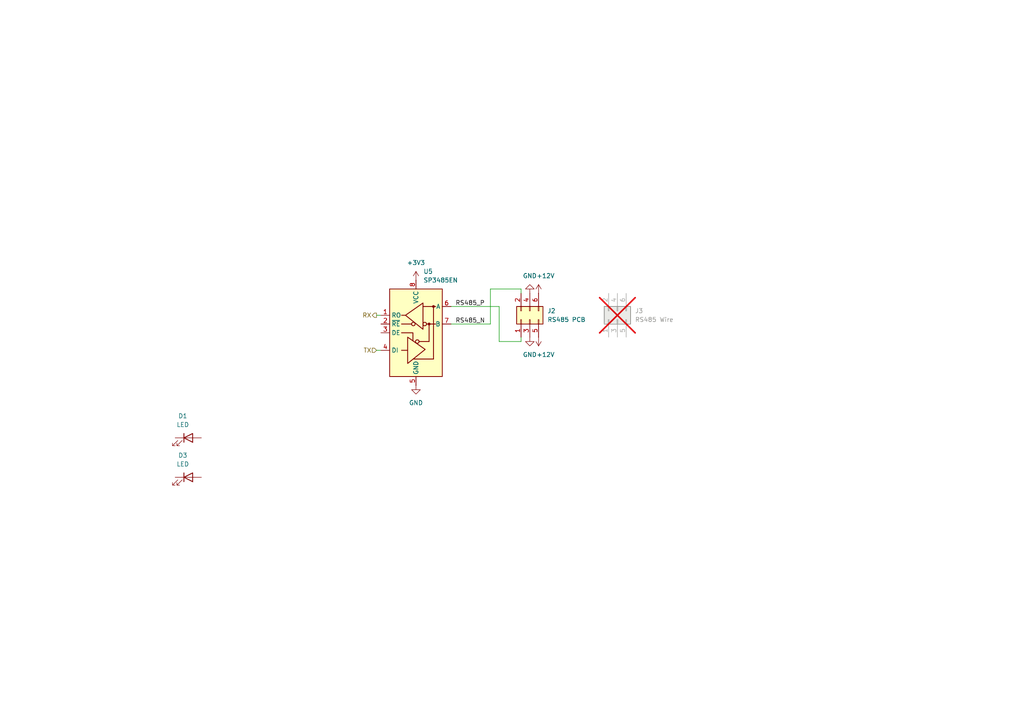
<source format=kicad_sch>
(kicad_sch (version 20250114) (generator "eeschema") (generator_version "9.0")
  (paper "A4")
  (lib_symbols
    (symbol "Connector_Generic:Conn_02x03_Odd_Even" (pin_names (offset 1.016) (hide yes))
      (property "Reference" "J" (at 1.27 5.08 0))
      (property "Value" "Conn_02x03_Odd_Even" (at 1.27 -5.08 0))
      (symbol "Conn_02x03_Odd_Even_1_1"
        (rectangle (start -1.27 3.81) (end 3.81 -3.81) (stroke (width 0.254)) (fill (type background)))
        (rectangle (start -1.27 2.667) (end 0 2.413) (stroke (width 0.1524)))
        (rectangle (start -1.27 0.127) (end 0 -0.127) (stroke (width 0.1524)))
        (rectangle (start -1.27 -2.413) (end 0 -2.667) (stroke (width 0.1524)))
        (rectangle (start 3.81 2.667) (end 2.54 2.413) (stroke (width 0.1524)))
        (rectangle (start 3.81 0.127) (end 2.54 -0.127) (stroke (width 0.1524)))
        (rectangle (start 3.81 -2.413) (end 2.54 -2.667) (stroke (width 0.1524)))
        (pin passive line (at -5.08 2.54 0) (length 3.81) (name "Pin_1") (number "1"))
        (pin passive line (at -5.08 0 0) (length 3.81) (name "Pin_3") (number "3"))
        (pin passive line (at -5.08 -2.54 0) (length 3.81) (name "Pin_5") (number "5"))
        (pin passive line (at 7.62 2.54 180) (length 3.81) (name "Pin_2") (number "2"))
        (pin passive line (at 7.62 0 180) (length 3.81) (name "Pin_4") (number "4"))
        (pin passive line (at 7.62 -2.54 180) (length 3.81) (name "Pin_6") (number "6"))
      )
    )
    (symbol "Device:LED" (pin_numbers (hide yes)) (pin_names (offset 1.016) (hide yes))
      (property "Reference" "D" (at 0 2.54 0))
      (property "Value" "LED" (at 0 -2.54 0))
      (symbol "LED_0_1"
        (polyline (pts (xy -3.048 -0.762) (xy -4.572 -2.286) (xy -3.81 -2.286) (xy -4.572 -2.286) (xy -4.572 -1.524)))
        (polyline (pts (xy -1.778 -0.762) (xy -3.302 -2.286) (xy -2.54 -2.286) (xy -3.302 -2.286) (xy -3.302 -1.524)))
        (polyline (pts (xy -1.27 0) (xy 1.27 0)))
        (polyline (pts (xy -1.27 -1.27) (xy -1.27 1.27)) (stroke (width 0.254)))
        (polyline (pts (xy 1.27 -1.27) (xy 1.27 1.27) (xy -1.27 0) (xy 1.27 -1.27)) (stroke (width 0.254)))
      )
      (symbol "LED_1_1"
        (pin passive line (at -3.81 0 0) (length 2.54) (name "K") (number "1"))
        (pin passive line (at 3.81 0 180) (length 2.54) (name "A") (number "2"))
      )
    )
    (symbol "Interface_UART:SP3485CN"
      (property "Reference" "U" (at -7.62 13.97 0))
      (property "Value" "SP3485CN" (at 1.905 13.97 0))
      (symbol "SP3485CN_0_1"
        (rectangle (start -7.62 12.7) (end 7.62 -12.7) (stroke (width 0.254)) (fill (type background)))
        (polyline (pts (xy -4.191 2.54) (xy -1.27 2.54)) (stroke (width 0.254)))
        (polyline (pts (xy -4.191 0) (xy -0.889 0) (xy -0.889 -2.286)) (stroke (width 0.254)))
        (polyline (pts (xy -3.175 5.08) (xy -4.191 5.08) (xy -4.064 5.08)) (stroke (width 0.254)))
        (polyline (pts (xy -2.54 -5.08) (xy -4.191 -5.08)) (stroke (width 0.254)))
        (polyline (pts (xy -2.413 -5.08) (xy -2.413 -1.27) (xy 2.667 -4.826) (xy -2.413 -8.89) (xy -2.413 -5.08)) (stroke (width 0.254)))
        (polyline (pts (xy -0.635 -7.62) (xy 5.08 -7.62)) (stroke (width 0.254)))
        (circle (center 0.381 -2.54) (radius 0.508) (stroke (width 0.254)))
        (polyline (pts (xy 0.889 -2.54) (xy 3.81 -2.54)) (stroke (width 0.254)))
        (polyline (pts (xy 2.032 7.62) (xy 5.715 7.62)) (stroke (width 0.254)))
        (polyline (pts (xy 3.048 2.54) (xy 5.715 2.54)) (stroke (width 0.254)))
        (circle (center 3.81 2.54) (radius 0.2794) (stroke (width 0.254)) (fill (type outline)))
        (polyline (pts (xy 3.81 -2.54) (xy 3.81 2.54)) (stroke (width 0.254)))
        (polyline (pts (xy 5.08 -7.62) (xy 5.08 7.62)) (stroke (width 0.254)))
      )
      (symbol "SP3485CN_1_1"
        (circle (center -0.762 2.54) (radius 0.508) (stroke (width 0.254)))
        (polyline (pts (xy 2.032 4.826) (xy 2.032 8.636) (xy -3.048 5.08) (xy 2.032 1.016) (xy 2.032 4.826)) (stroke (width 0.254)))
        (circle (center 2.54 2.54) (radius 0.508) (stroke (width 0.254)))
        (circle (center 5.08 7.62) (radius 0.2794) (stroke (width 0.254)) (fill (type outline)))
        (pin output line (at -10.16 5.08 0) (length 2.54) (name "RO") (number "1"))
        (pin input line (at -10.16 2.54 0) (length 2.54) (name "~{RE}") (number "2"))
        (pin input line (at -10.16 0 0) (length 2.54) (name "DE") (number "3"))
        (pin input line (at -10.16 -5.08 0) (length 2.54) (name "DI") (number "4"))
        (pin power_in line (at 0 15.24 270) (length 2.54) (name "VCC") (number "8"))
        (pin power_in line (at 0 -15.24 90) (length 2.54) (name "GND") (number "5"))
        (pin bidirectional line (at 10.16 7.62 180) (length 2.54) (name "A") (number "6"))
        (pin bidirectional line (at 10.16 2.54 180) (length 2.54) (name "B") (number "7"))
      )
    )
    (symbol "power:+12V" (power) (pin_numbers (hide yes)) (pin_names (offset 0) (hide yes))
      (property "Value" "+12V" (at 0 3.556 0))
      (symbol "+12V_0_1"
        (polyline (pts (xy -0.762 1.27) (xy 0 2.54)))
        (polyline (pts (xy 0 2.54) (xy 0.762 1.27)))
        (polyline (pts (xy 0 0) (xy 0 2.54)))
      )
      (symbol "+12V_1_1"
        (pin power_in line (at 0 0 90) (length 0) (name "~") (number "1"))
      )
    )
    (symbol "power:+3V3" (power) (pin_numbers (hide yes)) (pin_names (offset 0) (hide yes))
      (property "Value" "+3V3" (at 0 3.556 0))
      (symbol "+3V3_0_1"
        (polyline (pts (xy -0.762 1.27) (xy 0 2.54)))
        (polyline (pts (xy 0 2.54) (xy 0.762 1.27)))
        (polyline (pts (xy 0 0) (xy 0 2.54)))
      )
      (symbol "+3V3_1_1"
        (pin power_in line (at 0 0 90) (length 0) (name "~") (number "1"))
      )
    )
    (symbol "power:GND" (power) (pin_numbers (hide yes)) (pin_names (offset 0) (hide yes))
      (property "Value" "GND" (at 0 -3.81 0))
      (symbol "GND_0_1"
        (polyline (pts (xy 0 0) (xy 0 -1.27) (xy 1.27 -1.27) (xy 0 -2.54) (xy -1.27 -1.27) (xy 0 -1.27)))
      )
      (symbol "GND_1_1"
        (pin power_in line (at 0 0 270) (length 0) (name "~") (number "1"))
      )
    )
  )
  (wire (pts (xy 144.78 88.9) (xy 144.78 99.06)))
  (wire (pts (xy 142.24 93.98) (xy 142.24 83.82)))
  (wire (pts (xy 109.22 101.6) (xy 110.49 101.6)))
  (wire (pts (xy 151.13 83.82) (xy 151.13 85.09)))
  (wire (pts (xy 109.22 91.44) (xy 110.49 91.44)))
  (wire (pts (xy 142.24 83.82) (xy 151.13 83.82)))
  (wire (pts (xy 130.81 88.9) (xy 144.78 88.9)))
  (wire (pts (xy 144.78 99.06) (xy 151.13 99.06)))
  (wire (pts (xy 130.81 93.98) (xy 142.24 93.98)))
  (wire (pts (xy 151.13 99.06) (xy 151.13 97.79)))
  (label "RS485_N" (at 132.08 93.98 0))
  (label "RS485_P" (at 132.08 88.9 0))
  (hierarchical_label "TX" (shape input) (at 109.22 101.6 180))
  (hierarchical_label "RX" (shape output) (at 109.22 91.44 180))
  (symbol (lib_id "power:GND") (at 153.67 85.09 180) (unit 1)
    (property "Reference" "#PWR04" (effects (hide yes)))
    (property "Value" "GND" (at 153.67 80.01 0))
    (property "Description" "Power symbol creates a global label with name \"GND\" , ground" (effects (hide yes)))
  )
  (symbol (lib_id "power:GND") (at 153.67 97.79 0) (unit 1)
    (property "Reference" "#PWR01" (effects (hide yes)))
    (property "Value" "GND" (at 153.67 102.87 0))
    (property "Description" "Power symbol creates a global label with name \"GND\" , ground" (effects (hide yes)))
  )
  (symbol (lib_id "power:+3V3") (at 120.65 81.28 0) (unit 1)
    (property "Reference" "#PWR06" (effects (hide yes)))
    (property "Value" "+3V3" (at 120.65 76.2 0))
    (property "Description" "Power symbol creates a global label with name \"+3V3\"" (effects (hide yes)))
  )
  (symbol (lib_id "Device:LED") (at 54.61 138.43 0) (unit 1)
    (property "Reference" "D3" (at 53.0225 132.08 0))
    (property "Value" "LED" (at 53.0225 134.62 0))
    (property "Footprint" "LED_SMD:LED_0805_2012Metric" (effects (hide yes)))
    (property "Description" "Light emitting diode" (effects (hide yes)))
    (property "Sim.Pins" "1=K 2=A" (effects (hide yes)))
  )
  (symbol (lib_id "Device:LED") (at 54.61 127 0) (unit 1)
    (property "Reference" "D1" (at 53.0225 120.65 0))
    (property "Value" "LED" (at 53.0225 123.19 0))
    (property "Footprint" "LED_SMD:LED_0805_2012Metric" (effects (hide yes)))
    (property "Description" "Light emitting diode" (effects (hide yes)))
    (property "Sim.Pins" "1=K 2=A" (effects (hide yes)))
  )
  (symbol (lib_id "Interface_UART:SP3485CN") (at 120.65 96.52 0) (unit 1)
    (property "Reference" "U5" (at 122.7933 78.74 0) (effects (justify left)))
    (property "Value" "SP3485EN" (at 122.7933 81.28 0) (effects (justify left)))
    (property "Footprint" "Package_SO:SOIC-8_3.9x4.9mm_P1.27mm" (effects (hide yes)))
    (property "Datasheet" "https://www.maxlinear.com/ds/sp3485.pdf" (effects (hide yes)))
    (property "Description" "3.3V Low Power Half-Duplex RS-485 Transceiver 10Mbps, SOIC-8" (effects (hide yes)))
    (property "MPN" "SP3485EN-L/TR" (effects (hide yes)))
  )
  (symbol (lib_id "Connector_Generic:Conn_02x03_Odd_Even") (at 153.67 92.71 90) (unit 1)
    (property "Reference" "J2" (at 158.75 90.1699 90) (effects (justify right)))
    (property "Value" "RS485 PCB" (at 158.75 92.7099 90) (effects (justify right)))
    (property "Footprint" "Connector_IDC:IDC-Header_2x03_P2.54mm_Horizontal" (effects (hide yes)))
    (property "Description" "Generic connector, double row, 02x03, odd/even pin numbering scheme (row 1 odd numbers, row 2 even numbers), script generated (kicad-library-utils/schlib/autogen/connector/)" (effects (hide yes)))
    (property "MPN" "HC-JN254-2-03-Z" (effects (hide yes)))
  )
  (symbol (lib_id "power:+12V") (at 156.21 85.09 0) (unit 1)
    (property "Reference" "#PWR02" (effects (hide yes)))
    (property "Value" "+12V" (at 158.242 80.01 0))
    (property "Description" "Power symbol creates a global label with name \"+12V\"" (effects (hide yes)))
  )
  (symbol (lib_id "power:+12V") (at 156.21 97.79 180) (unit 1)
    (property "Reference" "#PWR03" (effects (hide yes)))
    (property "Value" "+12V" (at 158.242 102.87 0))
    (property "Description" "Power symbol creates a global label with name \"+12V\"" (effects (hide yes)))
  )
  (symbol (lib_id "power:GND") (at 120.65 111.76 0) (unit 1)
    (property "Reference" "#PWR05" (effects (hide yes)))
    (property "Value" "GND" (at 120.65 116.84 0))
    (property "Description" "Power symbol creates a global label with name \"GND\" , ground" (effects (hide yes)))
  )
  (symbol (lib_id "Connector_Generic:Conn_02x03_Odd_Even") (at 179.07 92.71 90) (unit 1) (on_board no) (dnp yes)
    (property "Reference" "J3" (at 184.15 90.1699 90) (effects (justify right)))
    (property "Value" "RS485 Wire" (at 184.15 92.7099 90) (effects (justify right)))
    (property "Description" "Generic connector, double row, 02x03, odd/even pin numbering scheme (row 1 odd numbers, row 2 even numbers), script generated (kicad-library-utils/schlib/autogen/connector/)" (effects (hide yes)))
    (property "MPN" " I254-2*3-G-3-B" (effects (hide yes)))
  )
)
</source>
